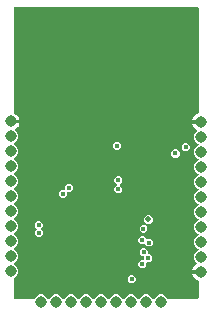
<source format=gbr>
G04 EAGLE Gerber RS-274X export*
G75*
%MOMM*%
%FSLAX34Y34*%
%LPD*%
%INCopper Layer 2*%
%IPPOS*%
%AMOC8*
5,1,8,0,0,1.08239X$1,22.5*%
G01*
%ADD10C,0.975000*%
%ADD11C,0.403200*%
%ADD12C,0.453200*%
%ADD13C,0.503200*%

G36*
X21074Y2382D02*
X21074Y2382D01*
X21190Y2399D01*
X21196Y2401D01*
X21202Y2402D01*
X21305Y2457D01*
X21410Y2510D01*
X21414Y2515D01*
X21419Y2518D01*
X21499Y2602D01*
X21582Y2686D01*
X21585Y2692D01*
X21589Y2696D01*
X21597Y2713D01*
X21663Y2833D01*
X21984Y3608D01*
X23713Y5337D01*
X25972Y6273D01*
X28416Y6273D01*
X30675Y5337D01*
X32404Y3608D01*
X32725Y2833D01*
X32787Y2733D01*
X32847Y2633D01*
X32852Y2629D01*
X32855Y2624D01*
X32945Y2549D01*
X33034Y2473D01*
X33040Y2471D01*
X33044Y2467D01*
X33153Y2425D01*
X33262Y2381D01*
X33270Y2380D01*
X33274Y2379D01*
X33292Y2378D01*
X33429Y2363D01*
X33659Y2363D01*
X33774Y2382D01*
X33890Y2399D01*
X33896Y2401D01*
X33902Y2402D01*
X34005Y2457D01*
X34110Y2510D01*
X34114Y2515D01*
X34119Y2518D01*
X34199Y2602D01*
X34282Y2686D01*
X34285Y2692D01*
X34289Y2696D01*
X34297Y2713D01*
X34363Y2833D01*
X34684Y3608D01*
X36413Y5337D01*
X38672Y6273D01*
X41116Y6273D01*
X43375Y5337D01*
X45104Y3608D01*
X45425Y2833D01*
X45487Y2733D01*
X45547Y2633D01*
X45552Y2629D01*
X45555Y2624D01*
X45645Y2549D01*
X45734Y2473D01*
X45740Y2471D01*
X45744Y2467D01*
X45853Y2425D01*
X45962Y2381D01*
X45970Y2380D01*
X45974Y2379D01*
X45992Y2378D01*
X46129Y2363D01*
X46359Y2363D01*
X46474Y2382D01*
X46590Y2399D01*
X46596Y2401D01*
X46602Y2402D01*
X46705Y2457D01*
X46810Y2510D01*
X46814Y2515D01*
X46819Y2518D01*
X46900Y2603D01*
X46982Y2686D01*
X46985Y2692D01*
X46989Y2696D01*
X46997Y2713D01*
X47063Y2833D01*
X47384Y3608D01*
X49113Y5337D01*
X51372Y6273D01*
X53816Y6273D01*
X56075Y5337D01*
X57804Y3608D01*
X58125Y2833D01*
X58187Y2733D01*
X58247Y2633D01*
X58252Y2629D01*
X58255Y2624D01*
X58345Y2549D01*
X58434Y2473D01*
X58440Y2471D01*
X58444Y2467D01*
X58553Y2425D01*
X58662Y2381D01*
X58669Y2380D01*
X58674Y2379D01*
X58692Y2378D01*
X58829Y2363D01*
X59059Y2363D01*
X59174Y2382D01*
X59290Y2399D01*
X59296Y2401D01*
X59302Y2402D01*
X59405Y2457D01*
X59510Y2510D01*
X59514Y2515D01*
X59519Y2518D01*
X59600Y2603D01*
X59682Y2686D01*
X59685Y2692D01*
X59689Y2696D01*
X59697Y2713D01*
X59763Y2833D01*
X60084Y3608D01*
X61813Y5337D01*
X64072Y6273D01*
X66516Y6273D01*
X68775Y5337D01*
X70504Y3608D01*
X70825Y2833D01*
X70887Y2733D01*
X70947Y2633D01*
X70952Y2629D01*
X70955Y2624D01*
X71045Y2549D01*
X71134Y2473D01*
X71140Y2471D01*
X71144Y2467D01*
X71253Y2425D01*
X71362Y2381D01*
X71369Y2380D01*
X71374Y2379D01*
X71392Y2378D01*
X71529Y2363D01*
X71759Y2363D01*
X71874Y2382D01*
X71990Y2399D01*
X71996Y2401D01*
X72002Y2402D01*
X72105Y2457D01*
X72210Y2510D01*
X72214Y2515D01*
X72219Y2518D01*
X72300Y2603D01*
X72382Y2686D01*
X72385Y2692D01*
X72389Y2696D01*
X72397Y2713D01*
X72463Y2833D01*
X72784Y3608D01*
X74513Y5337D01*
X76772Y6273D01*
X79216Y6273D01*
X81475Y5337D01*
X83204Y3608D01*
X83525Y2833D01*
X83587Y2733D01*
X83647Y2633D01*
X83652Y2629D01*
X83655Y2624D01*
X83745Y2549D01*
X83834Y2473D01*
X83840Y2471D01*
X83844Y2467D01*
X83953Y2425D01*
X84062Y2381D01*
X84069Y2380D01*
X84074Y2379D01*
X84092Y2378D01*
X84229Y2363D01*
X84459Y2363D01*
X84574Y2382D01*
X84690Y2399D01*
X84696Y2401D01*
X84702Y2402D01*
X84805Y2457D01*
X84910Y2510D01*
X84914Y2515D01*
X84919Y2518D01*
X84999Y2602D01*
X85082Y2686D01*
X85085Y2692D01*
X85089Y2696D01*
X85097Y2713D01*
X85163Y2833D01*
X85484Y3608D01*
X87213Y5337D01*
X89472Y6273D01*
X91916Y6273D01*
X94175Y5337D01*
X95904Y3608D01*
X96225Y2833D01*
X96287Y2733D01*
X96347Y2633D01*
X96352Y2629D01*
X96355Y2624D01*
X96445Y2549D01*
X96534Y2473D01*
X96540Y2471D01*
X96544Y2467D01*
X96653Y2425D01*
X96762Y2381D01*
X96770Y2380D01*
X96774Y2379D01*
X96792Y2378D01*
X96929Y2363D01*
X97159Y2363D01*
X97274Y2382D01*
X97390Y2399D01*
X97396Y2401D01*
X97402Y2402D01*
X97505Y2457D01*
X97610Y2510D01*
X97614Y2515D01*
X97619Y2518D01*
X97699Y2602D01*
X97782Y2686D01*
X97785Y2692D01*
X97789Y2696D01*
X97797Y2713D01*
X97863Y2833D01*
X98184Y3608D01*
X99913Y5337D01*
X102172Y6273D01*
X104616Y6273D01*
X106875Y5337D01*
X108604Y3608D01*
X108925Y2833D01*
X108987Y2733D01*
X109047Y2633D01*
X109052Y2629D01*
X109055Y2624D01*
X109145Y2549D01*
X109234Y2473D01*
X109240Y2471D01*
X109244Y2467D01*
X109353Y2425D01*
X109462Y2381D01*
X109470Y2380D01*
X109474Y2379D01*
X109492Y2378D01*
X109629Y2363D01*
X109859Y2363D01*
X109974Y2382D01*
X110090Y2399D01*
X110096Y2401D01*
X110102Y2402D01*
X110205Y2457D01*
X110310Y2510D01*
X110314Y2515D01*
X110319Y2518D01*
X110399Y2602D01*
X110482Y2686D01*
X110485Y2692D01*
X110489Y2696D01*
X110497Y2713D01*
X110563Y2833D01*
X110884Y3608D01*
X112613Y5337D01*
X114872Y6273D01*
X117316Y6273D01*
X119575Y5337D01*
X121304Y3608D01*
X121625Y2833D01*
X121687Y2733D01*
X121747Y2633D01*
X121752Y2629D01*
X121755Y2624D01*
X121845Y2549D01*
X121934Y2473D01*
X121940Y2471D01*
X121944Y2467D01*
X122053Y2425D01*
X122162Y2381D01*
X122170Y2380D01*
X122174Y2379D01*
X122192Y2378D01*
X122329Y2363D01*
X122559Y2363D01*
X122674Y2382D01*
X122790Y2399D01*
X122796Y2401D01*
X122802Y2402D01*
X122905Y2457D01*
X123010Y2510D01*
X123014Y2515D01*
X123019Y2518D01*
X123099Y2602D01*
X123182Y2686D01*
X123185Y2692D01*
X123189Y2696D01*
X123197Y2713D01*
X123263Y2833D01*
X123584Y3608D01*
X125313Y5337D01*
X127572Y6273D01*
X130016Y6273D01*
X132275Y5337D01*
X134004Y3608D01*
X134325Y2833D01*
X134387Y2733D01*
X134447Y2633D01*
X134452Y2629D01*
X134455Y2624D01*
X134545Y2549D01*
X134634Y2473D01*
X134640Y2471D01*
X134644Y2467D01*
X134753Y2425D01*
X134862Y2381D01*
X134870Y2380D01*
X134874Y2379D01*
X134892Y2378D01*
X135029Y2363D01*
X159817Y2363D01*
X159837Y2366D01*
X159856Y2364D01*
X159958Y2386D01*
X160060Y2402D01*
X160077Y2412D01*
X160097Y2416D01*
X160186Y2469D01*
X160277Y2518D01*
X160291Y2532D01*
X160308Y2542D01*
X160375Y2621D01*
X160447Y2696D01*
X160455Y2714D01*
X160468Y2729D01*
X160507Y2825D01*
X160550Y2919D01*
X160552Y2939D01*
X160560Y2957D01*
X160578Y3124D01*
X160578Y17685D01*
X160559Y17800D01*
X160542Y17916D01*
X160540Y17922D01*
X160539Y17928D01*
X160484Y18031D01*
X160431Y18136D01*
X160426Y18140D01*
X160423Y18146D01*
X160339Y18225D01*
X160255Y18308D01*
X160249Y18312D01*
X160245Y18315D01*
X160228Y18323D01*
X160108Y18389D01*
X159047Y18828D01*
X157833Y19640D01*
X156800Y20673D01*
X155988Y21887D01*
X155429Y23237D01*
X155302Y23877D01*
X159817Y23877D01*
X159837Y23880D01*
X159856Y23878D01*
X159958Y23900D01*
X160060Y23917D01*
X160077Y23926D01*
X160097Y23930D01*
X160186Y23983D01*
X160277Y24032D01*
X160291Y24046D01*
X160308Y24056D01*
X160375Y24135D01*
X160447Y24210D01*
X160455Y24228D01*
X160468Y24243D01*
X160507Y24339D01*
X160550Y24433D01*
X160552Y24453D01*
X160560Y24471D01*
X160578Y24638D01*
X160578Y26162D01*
X160575Y26182D01*
X160577Y26201D01*
X160555Y26303D01*
X160539Y26405D01*
X160529Y26422D01*
X160525Y26442D01*
X160472Y26531D01*
X160423Y26622D01*
X160409Y26636D01*
X160399Y26653D01*
X160320Y26720D01*
X160245Y26791D01*
X160227Y26800D01*
X160212Y26813D01*
X160116Y26852D01*
X160022Y26895D01*
X160002Y26897D01*
X159984Y26905D01*
X159817Y26923D01*
X155302Y26923D01*
X155429Y27563D01*
X155988Y28913D01*
X156800Y30127D01*
X157833Y31160D01*
X158845Y31837D01*
X158914Y31901D01*
X158988Y31960D01*
X159004Y31985D01*
X159025Y32005D01*
X159070Y32088D01*
X159121Y32167D01*
X159128Y32195D01*
X159142Y32221D01*
X159158Y32314D01*
X159181Y32405D01*
X159179Y32435D01*
X159184Y32463D01*
X159169Y32557D01*
X159162Y32651D01*
X159150Y32678D01*
X159146Y32707D01*
X159102Y32790D01*
X159065Y32877D01*
X159042Y32906D01*
X159033Y32925D01*
X159009Y32948D01*
X158961Y33008D01*
X157350Y34619D01*
X156414Y36878D01*
X156414Y39322D01*
X157350Y41581D01*
X159079Y43310D01*
X160108Y43737D01*
X160208Y43798D01*
X160308Y43858D01*
X160312Y43863D01*
X160317Y43866D01*
X160392Y43957D01*
X160468Y44045D01*
X160470Y44051D01*
X160474Y44056D01*
X160516Y44164D01*
X160527Y44193D01*
X160534Y44206D01*
X160536Y44214D01*
X160560Y44273D01*
X160561Y44281D01*
X160562Y44285D01*
X160563Y44304D01*
X160578Y44440D01*
X160578Y44460D01*
X160572Y44501D01*
X160573Y44531D01*
X160559Y44579D01*
X160542Y44691D01*
X160540Y44697D01*
X160539Y44703D01*
X160484Y44805D01*
X160431Y44910D01*
X160426Y44915D01*
X160423Y44920D01*
X160339Y45001D01*
X160255Y45083D01*
X160249Y45086D01*
X160245Y45090D01*
X160228Y45098D01*
X160108Y45163D01*
X159079Y45590D01*
X157350Y47319D01*
X156414Y49578D01*
X156414Y52022D01*
X157350Y54281D01*
X159079Y56010D01*
X160108Y56437D01*
X160208Y56498D01*
X160308Y56558D01*
X160312Y56563D01*
X160317Y56566D01*
X160392Y56656D01*
X160468Y56745D01*
X160470Y56751D01*
X160474Y56756D01*
X160516Y56864D01*
X160527Y56893D01*
X160534Y56906D01*
X160536Y56914D01*
X160560Y56973D01*
X160561Y56981D01*
X160562Y56985D01*
X160563Y57004D01*
X160578Y57140D01*
X160578Y57160D01*
X160572Y57201D01*
X160573Y57231D01*
X160559Y57279D01*
X160542Y57391D01*
X160540Y57397D01*
X160539Y57403D01*
X160484Y57505D01*
X160431Y57610D01*
X160426Y57615D01*
X160423Y57620D01*
X160339Y57701D01*
X160255Y57783D01*
X160249Y57786D01*
X160245Y57790D01*
X160228Y57798D01*
X160183Y57823D01*
X160181Y57824D01*
X160179Y57825D01*
X160108Y57863D01*
X159079Y58290D01*
X157350Y60019D01*
X156414Y62278D01*
X156414Y64722D01*
X157350Y66981D01*
X159079Y68710D01*
X160108Y69137D01*
X160207Y69198D01*
X160308Y69258D01*
X160312Y69263D01*
X160317Y69266D01*
X160392Y69356D01*
X160468Y69445D01*
X160470Y69451D01*
X160474Y69456D01*
X160516Y69564D01*
X160527Y69593D01*
X160534Y69606D01*
X160536Y69614D01*
X160560Y69673D01*
X160561Y69681D01*
X160562Y69685D01*
X160563Y69704D01*
X160578Y69840D01*
X160578Y69860D01*
X160572Y69901D01*
X160573Y69931D01*
X160559Y69979D01*
X160542Y70091D01*
X160540Y70097D01*
X160539Y70103D01*
X160484Y70205D01*
X160431Y70310D01*
X160426Y70315D01*
X160423Y70320D01*
X160339Y70401D01*
X160255Y70483D01*
X160249Y70486D01*
X160245Y70490D01*
X160228Y70498D01*
X160108Y70563D01*
X159079Y70990D01*
X157350Y72719D01*
X156414Y74978D01*
X156414Y77422D01*
X157350Y79681D01*
X159079Y81410D01*
X160108Y81837D01*
X160208Y81898D01*
X160308Y81958D01*
X160312Y81963D01*
X160317Y81966D01*
X160392Y82056D01*
X160468Y82145D01*
X160470Y82151D01*
X160474Y82156D01*
X160516Y82264D01*
X160527Y82293D01*
X160534Y82306D01*
X160536Y82314D01*
X160560Y82373D01*
X160561Y82381D01*
X160562Y82385D01*
X160563Y82404D01*
X160578Y82540D01*
X160578Y82560D01*
X160572Y82601D01*
X160573Y82631D01*
X160559Y82679D01*
X160542Y82791D01*
X160540Y82797D01*
X160539Y82803D01*
X160484Y82905D01*
X160431Y83010D01*
X160426Y83015D01*
X160423Y83020D01*
X160339Y83101D01*
X160255Y83183D01*
X160249Y83186D01*
X160245Y83190D01*
X160228Y83198D01*
X160108Y83263D01*
X159079Y83690D01*
X157350Y85419D01*
X156414Y87678D01*
X156414Y90122D01*
X157350Y92381D01*
X159079Y94110D01*
X160108Y94537D01*
X160205Y94597D01*
X160266Y94629D01*
X160275Y94638D01*
X160308Y94658D01*
X160312Y94663D01*
X160317Y94666D01*
X160392Y94756D01*
X160468Y94845D01*
X160470Y94851D01*
X160474Y94856D01*
X160516Y94964D01*
X160527Y94993D01*
X160534Y95006D01*
X160536Y95014D01*
X160560Y95073D01*
X160561Y95081D01*
X160562Y95085D01*
X160563Y95104D01*
X160578Y95240D01*
X160578Y95260D01*
X160572Y95301D01*
X160573Y95331D01*
X160559Y95379D01*
X160542Y95491D01*
X160540Y95497D01*
X160539Y95503D01*
X160484Y95605D01*
X160431Y95710D01*
X160426Y95715D01*
X160423Y95720D01*
X160339Y95801D01*
X160255Y95883D01*
X160249Y95886D01*
X160245Y95890D01*
X160228Y95898D01*
X160108Y95963D01*
X159079Y96390D01*
X157350Y98119D01*
X156414Y100378D01*
X156414Y102822D01*
X157350Y105081D01*
X159079Y106810D01*
X160108Y107237D01*
X160208Y107298D01*
X160308Y107358D01*
X160312Y107363D01*
X160317Y107366D01*
X160392Y107456D01*
X160468Y107545D01*
X160470Y107551D01*
X160474Y107556D01*
X160516Y107664D01*
X160527Y107693D01*
X160534Y107706D01*
X160536Y107714D01*
X160560Y107773D01*
X160561Y107781D01*
X160562Y107785D01*
X160563Y107804D01*
X160578Y107940D01*
X160578Y107960D01*
X160572Y108001D01*
X160573Y108031D01*
X160559Y108079D01*
X160542Y108191D01*
X160540Y108197D01*
X160539Y108203D01*
X160484Y108305D01*
X160431Y108410D01*
X160426Y108415D01*
X160423Y108420D01*
X160339Y108501D01*
X160255Y108583D01*
X160249Y108586D01*
X160245Y108590D01*
X160228Y108598D01*
X160108Y108663D01*
X159079Y109090D01*
X157350Y110819D01*
X156414Y113078D01*
X156414Y115522D01*
X157350Y117781D01*
X159079Y119510D01*
X160108Y119937D01*
X160208Y119998D01*
X160308Y120058D01*
X160312Y120063D01*
X160317Y120066D01*
X160392Y120156D01*
X160468Y120245D01*
X160470Y120251D01*
X160474Y120256D01*
X160516Y120364D01*
X160527Y120393D01*
X160534Y120406D01*
X160536Y120414D01*
X160560Y120473D01*
X160561Y120481D01*
X160562Y120485D01*
X160563Y120504D01*
X160578Y120640D01*
X160578Y120660D01*
X160572Y120701D01*
X160573Y120731D01*
X160559Y120779D01*
X160542Y120891D01*
X160540Y120897D01*
X160539Y120903D01*
X160484Y121005D01*
X160431Y121110D01*
X160426Y121115D01*
X160423Y121120D01*
X160339Y121201D01*
X160255Y121283D01*
X160249Y121286D01*
X160245Y121290D01*
X160228Y121298D01*
X160108Y121363D01*
X159079Y121790D01*
X157350Y123519D01*
X156414Y125778D01*
X156414Y128222D01*
X157350Y130481D01*
X159079Y132210D01*
X160108Y132637D01*
X160208Y132698D01*
X160308Y132758D01*
X160312Y132763D01*
X160317Y132766D01*
X160392Y132856D01*
X160468Y132945D01*
X160470Y132951D01*
X160474Y132956D01*
X160516Y133064D01*
X160527Y133093D01*
X160534Y133106D01*
X160536Y133114D01*
X160560Y133173D01*
X160561Y133181D01*
X160562Y133185D01*
X160563Y133204D01*
X160578Y133340D01*
X160578Y133360D01*
X160572Y133401D01*
X160573Y133431D01*
X160559Y133479D01*
X160542Y133591D01*
X160540Y133597D01*
X160539Y133603D01*
X160484Y133705D01*
X160431Y133810D01*
X160426Y133815D01*
X160423Y133820D01*
X160339Y133901D01*
X160255Y133983D01*
X160249Y133986D01*
X160245Y133990D01*
X160228Y133998D01*
X160108Y134063D01*
X159079Y134490D01*
X157350Y136219D01*
X156414Y138478D01*
X156414Y140922D01*
X157350Y143181D01*
X158961Y144792D01*
X159016Y144869D01*
X159076Y144941D01*
X159087Y144968D01*
X159104Y144992D01*
X159132Y145082D01*
X159166Y145170D01*
X159168Y145199D01*
X159177Y145227D01*
X159174Y145321D01*
X159179Y145415D01*
X159171Y145443D01*
X159170Y145473D01*
X159138Y145561D01*
X159112Y145652D01*
X159096Y145676D01*
X159086Y145704D01*
X159027Y145777D01*
X158974Y145855D01*
X158945Y145879D01*
X158932Y145896D01*
X158905Y145913D01*
X158845Y145963D01*
X157833Y146640D01*
X156800Y147673D01*
X155988Y148887D01*
X155429Y150237D01*
X155302Y150877D01*
X159817Y150877D01*
X159837Y150880D01*
X159856Y150878D01*
X159958Y150900D01*
X160060Y150917D01*
X160077Y150926D01*
X160097Y150930D01*
X160186Y150983D01*
X160277Y151032D01*
X160291Y151046D01*
X160308Y151056D01*
X160375Y151135D01*
X160447Y151210D01*
X160455Y151228D01*
X160468Y151243D01*
X160507Y151339D01*
X160550Y151433D01*
X160552Y151453D01*
X160560Y151471D01*
X160578Y151638D01*
X160578Y153162D01*
X160575Y153182D01*
X160577Y153201D01*
X160555Y153303D01*
X160539Y153405D01*
X160529Y153422D01*
X160525Y153442D01*
X160472Y153531D01*
X160423Y153622D01*
X160409Y153636D01*
X160399Y153653D01*
X160320Y153720D01*
X160245Y153791D01*
X160227Y153800D01*
X160212Y153813D01*
X160116Y153852D01*
X160022Y153895D01*
X160002Y153897D01*
X159984Y153905D01*
X159817Y153923D01*
X155302Y153923D01*
X155429Y154563D01*
X155988Y155913D01*
X156800Y157127D01*
X157833Y158160D01*
X159047Y158972D01*
X160108Y159411D01*
X160208Y159473D01*
X160308Y159533D01*
X160312Y159537D01*
X160317Y159541D01*
X160392Y159631D01*
X160468Y159720D01*
X160470Y159725D01*
X160474Y159730D01*
X160516Y159839D01*
X160560Y159948D01*
X160561Y159955D01*
X160562Y159960D01*
X160563Y159978D01*
X160578Y160115D01*
X160578Y248783D01*
X160575Y248803D01*
X160577Y248822D01*
X160555Y248924D01*
X160539Y249026D01*
X160529Y249043D01*
X160525Y249063D01*
X160472Y249152D01*
X160423Y249243D01*
X160409Y249257D01*
X160399Y249274D01*
X160320Y249341D01*
X160245Y249413D01*
X160227Y249421D01*
X160212Y249434D01*
X160116Y249473D01*
X160022Y249516D01*
X160002Y249518D01*
X159984Y249526D01*
X159817Y249544D01*
X4775Y249544D01*
X4755Y249541D01*
X4736Y249543D01*
X4634Y249521D01*
X4532Y249505D01*
X4515Y249495D01*
X4495Y249491D01*
X4406Y249438D01*
X4315Y249389D01*
X4301Y249375D01*
X4284Y249365D01*
X4217Y249286D01*
X4145Y249211D01*
X4137Y249193D01*
X4124Y249178D01*
X4085Y249082D01*
X4042Y248988D01*
X4040Y248968D01*
X4032Y248950D01*
X4014Y248783D01*
X4014Y160384D01*
X4033Y160269D01*
X4050Y160153D01*
X4052Y160147D01*
X4053Y160141D01*
X4108Y160039D01*
X4161Y159933D01*
X4166Y159929D01*
X4169Y159924D01*
X4253Y159843D01*
X4337Y159761D01*
X4343Y159758D01*
X4347Y159754D01*
X4364Y159746D01*
X4484Y159680D01*
X5148Y159405D01*
X6362Y158594D01*
X7395Y157561D01*
X8207Y156346D01*
X8766Y154997D01*
X8893Y154357D01*
X4775Y154357D01*
X4755Y154354D01*
X4736Y154356D01*
X4634Y154334D01*
X4532Y154317D01*
X4515Y154308D01*
X4495Y154304D01*
X4406Y154250D01*
X4315Y154202D01*
X4301Y154188D01*
X4284Y154177D01*
X4217Y154099D01*
X4145Y154024D01*
X4137Y154006D01*
X4124Y153990D01*
X4085Y153894D01*
X4042Y153801D01*
X4040Y153781D01*
X4032Y153762D01*
X4014Y153596D01*
X4014Y152072D01*
X4017Y152052D01*
X4015Y152032D01*
X4037Y151931D01*
X4053Y151829D01*
X4063Y151811D01*
X4067Y151792D01*
X4120Y151703D01*
X4169Y151611D01*
X4183Y151598D01*
X4193Y151581D01*
X4272Y151513D01*
X4347Y151442D01*
X4365Y151434D01*
X4380Y151421D01*
X4476Y151382D01*
X4570Y151338D01*
X4590Y151336D01*
X4608Y151329D01*
X4775Y151310D01*
X8893Y151310D01*
X8766Y150671D01*
X8207Y149321D01*
X7395Y148106D01*
X6362Y147073D01*
X5350Y146397D01*
X5281Y146332D01*
X5207Y146274D01*
X5191Y146249D01*
X5170Y146229D01*
X5125Y146146D01*
X5074Y146067D01*
X5067Y146038D01*
X5053Y146013D01*
X5037Y145920D01*
X5014Y145828D01*
X5016Y145799D01*
X5011Y145770D01*
X5026Y145677D01*
X5033Y145583D01*
X5045Y145556D01*
X5049Y145527D01*
X5093Y145443D01*
X5130Y145357D01*
X5153Y145328D01*
X5162Y145309D01*
X5186Y145286D01*
X5234Y145226D01*
X6845Y143615D01*
X7781Y141356D01*
X7781Y138911D01*
X6845Y136652D01*
X5116Y134924D01*
X4484Y134661D01*
X4384Y134600D01*
X4284Y134540D01*
X4280Y134535D01*
X4275Y134532D01*
X4200Y134441D01*
X4124Y134353D01*
X4122Y134347D01*
X4118Y134342D01*
X4076Y134234D01*
X4032Y134125D01*
X4031Y134117D01*
X4030Y134113D01*
X4029Y134094D01*
X4014Y133958D01*
X4014Y133609D01*
X4033Y133494D01*
X4050Y133378D01*
X4052Y133372D01*
X4053Y133366D01*
X4108Y133264D01*
X4161Y133159D01*
X4166Y133154D01*
X4169Y133149D01*
X4253Y133069D01*
X4337Y132987D01*
X4343Y132983D01*
X4347Y132980D01*
X4364Y132972D01*
X4484Y132906D01*
X5116Y132644D01*
X6845Y130915D01*
X7781Y128656D01*
X7781Y126211D01*
X6845Y123952D01*
X5116Y122224D01*
X4484Y121961D01*
X4384Y121900D01*
X4284Y121840D01*
X4280Y121835D01*
X4275Y121832D01*
X4200Y121741D01*
X4124Y121653D01*
X4122Y121647D01*
X4118Y121642D01*
X4076Y121534D01*
X4032Y121425D01*
X4031Y121417D01*
X4030Y121413D01*
X4029Y121394D01*
X4014Y121258D01*
X4014Y120909D01*
X4033Y120794D01*
X4050Y120678D01*
X4052Y120672D01*
X4053Y120666D01*
X4108Y120564D01*
X4161Y120459D01*
X4166Y120454D01*
X4169Y120449D01*
X4253Y120369D01*
X4337Y120287D01*
X4343Y120283D01*
X4347Y120280D01*
X4364Y120272D01*
X4484Y120206D01*
X5116Y119944D01*
X6845Y118215D01*
X7781Y115956D01*
X7781Y113511D01*
X6845Y111252D01*
X5116Y109524D01*
X4484Y109261D01*
X4384Y109200D01*
X4284Y109140D01*
X4280Y109135D01*
X4275Y109132D01*
X4200Y109041D01*
X4124Y108953D01*
X4122Y108947D01*
X4118Y108942D01*
X4076Y108834D01*
X4032Y108725D01*
X4031Y108717D01*
X4030Y108713D01*
X4029Y108694D01*
X4014Y108558D01*
X4014Y108209D01*
X4033Y108094D01*
X4050Y107978D01*
X4052Y107972D01*
X4053Y107966D01*
X4108Y107864D01*
X4161Y107759D01*
X4166Y107754D01*
X4169Y107749D01*
X4253Y107669D01*
X4337Y107587D01*
X4343Y107583D01*
X4347Y107580D01*
X4364Y107572D01*
X4484Y107506D01*
X5116Y107244D01*
X6845Y105515D01*
X7781Y103256D01*
X7781Y100811D01*
X6845Y98552D01*
X5116Y96824D01*
X4484Y96561D01*
X4384Y96500D01*
X4284Y96440D01*
X4280Y96435D01*
X4275Y96432D01*
X4200Y96341D01*
X4124Y96253D01*
X4122Y96247D01*
X4118Y96242D01*
X4076Y96134D01*
X4032Y96025D01*
X4031Y96017D01*
X4030Y96013D01*
X4029Y95994D01*
X4014Y95858D01*
X4014Y95509D01*
X4033Y95394D01*
X4050Y95278D01*
X4052Y95272D01*
X4053Y95266D01*
X4108Y95164D01*
X4161Y95059D01*
X4166Y95054D01*
X4169Y95049D01*
X4253Y94969D01*
X4337Y94887D01*
X4343Y94883D01*
X4347Y94880D01*
X4364Y94872D01*
X4484Y94806D01*
X5116Y94544D01*
X6845Y92815D01*
X7781Y90556D01*
X7781Y88111D01*
X6845Y85852D01*
X5116Y84124D01*
X4484Y83861D01*
X4384Y83800D01*
X4284Y83740D01*
X4280Y83735D01*
X4275Y83732D01*
X4200Y83641D01*
X4124Y83553D01*
X4122Y83547D01*
X4118Y83542D01*
X4076Y83434D01*
X4032Y83325D01*
X4031Y83317D01*
X4030Y83313D01*
X4029Y83294D01*
X4014Y83158D01*
X4014Y82809D01*
X4033Y82694D01*
X4050Y82578D01*
X4052Y82572D01*
X4053Y82566D01*
X4108Y82464D01*
X4161Y82359D01*
X4166Y82354D01*
X4169Y82349D01*
X4253Y82269D01*
X4337Y82187D01*
X4343Y82183D01*
X4347Y82180D01*
X4364Y82172D01*
X4484Y82106D01*
X5116Y81844D01*
X6845Y80115D01*
X7781Y77856D01*
X7781Y75411D01*
X6845Y73152D01*
X5116Y71424D01*
X4484Y71161D01*
X4384Y71100D01*
X4284Y71040D01*
X4280Y71035D01*
X4275Y71032D01*
X4200Y70941D01*
X4124Y70853D01*
X4122Y70847D01*
X4118Y70842D01*
X4076Y70734D01*
X4032Y70625D01*
X4031Y70617D01*
X4030Y70613D01*
X4029Y70594D01*
X4014Y70458D01*
X4014Y70109D01*
X4017Y70091D01*
X4015Y70075D01*
X4033Y69990D01*
X4050Y69878D01*
X4052Y69872D01*
X4053Y69866D01*
X4065Y69845D01*
X4067Y69834D01*
X4097Y69784D01*
X4108Y69764D01*
X4161Y69659D01*
X4166Y69654D01*
X4169Y69649D01*
X4190Y69629D01*
X4193Y69623D01*
X4219Y69601D01*
X4253Y69569D01*
X4337Y69487D01*
X4343Y69483D01*
X4347Y69480D01*
X4364Y69472D01*
X4484Y69406D01*
X5116Y69144D01*
X6845Y67415D01*
X7781Y65156D01*
X7781Y62711D01*
X6845Y60452D01*
X5116Y58724D01*
X4484Y58461D01*
X4384Y58400D01*
X4284Y58340D01*
X4280Y58335D01*
X4275Y58332D01*
X4200Y58241D01*
X4124Y58153D01*
X4122Y58147D01*
X4118Y58142D01*
X4076Y58034D01*
X4032Y57925D01*
X4031Y57917D01*
X4030Y57913D01*
X4029Y57894D01*
X4014Y57758D01*
X4014Y57409D01*
X4033Y57294D01*
X4050Y57178D01*
X4052Y57172D01*
X4053Y57166D01*
X4108Y57064D01*
X4161Y56959D01*
X4166Y56954D01*
X4169Y56949D01*
X4253Y56869D01*
X4337Y56787D01*
X4343Y56783D01*
X4347Y56780D01*
X4364Y56772D01*
X4484Y56706D01*
X5116Y56444D01*
X6845Y54715D01*
X7781Y52456D01*
X7781Y50011D01*
X6845Y47752D01*
X5116Y46024D01*
X4484Y45761D01*
X4384Y45700D01*
X4284Y45640D01*
X4280Y45635D01*
X4275Y45632D01*
X4200Y45541D01*
X4124Y45453D01*
X4122Y45447D01*
X4118Y45442D01*
X4076Y45334D01*
X4032Y45225D01*
X4031Y45217D01*
X4030Y45213D01*
X4029Y45194D01*
X4014Y45058D01*
X4014Y44709D01*
X4033Y44594D01*
X4050Y44478D01*
X4052Y44472D01*
X4053Y44466D01*
X4108Y44364D01*
X4161Y44259D01*
X4166Y44254D01*
X4169Y44249D01*
X4253Y44169D01*
X4337Y44087D01*
X4343Y44083D01*
X4347Y44080D01*
X4364Y44072D01*
X4484Y44006D01*
X5116Y43744D01*
X6845Y42015D01*
X7781Y39756D01*
X7781Y37311D01*
X6845Y35052D01*
X5116Y33324D01*
X4484Y33061D01*
X4384Y33000D01*
X4284Y32940D01*
X4280Y32935D01*
X4275Y32932D01*
X4200Y32841D01*
X4124Y32753D01*
X4122Y32747D01*
X4118Y32742D01*
X4076Y32634D01*
X4032Y32525D01*
X4031Y32517D01*
X4030Y32513D01*
X4029Y32494D01*
X4014Y32358D01*
X4014Y32009D01*
X4033Y31894D01*
X4050Y31778D01*
X4052Y31772D01*
X4053Y31766D01*
X4108Y31664D01*
X4161Y31559D01*
X4166Y31554D01*
X4169Y31549D01*
X4253Y31469D01*
X4337Y31387D01*
X4343Y31383D01*
X4347Y31380D01*
X4364Y31372D01*
X4484Y31306D01*
X5116Y31044D01*
X6845Y29315D01*
X7781Y27056D01*
X7781Y24611D01*
X6845Y22352D01*
X5116Y20624D01*
X4484Y20361D01*
X4384Y20300D01*
X4284Y20240D01*
X4280Y20235D01*
X4275Y20232D01*
X4200Y20141D01*
X4124Y20053D01*
X4122Y20047D01*
X4118Y20042D01*
X4076Y19934D01*
X4032Y19825D01*
X4031Y19817D01*
X4030Y19813D01*
X4029Y19794D01*
X4014Y19658D01*
X4014Y3124D01*
X4017Y3104D01*
X4015Y3085D01*
X4037Y2983D01*
X4053Y2881D01*
X4063Y2864D01*
X4067Y2844D01*
X4120Y2755D01*
X4169Y2664D01*
X4183Y2650D01*
X4193Y2633D01*
X4272Y2566D01*
X4347Y2494D01*
X4365Y2486D01*
X4380Y2473D01*
X4476Y2434D01*
X4570Y2391D01*
X4590Y2389D01*
X4608Y2381D01*
X4775Y2363D01*
X20959Y2363D01*
X21074Y2382D01*
G37*
%LPC*%
G36*
X111669Y28463D02*
X111669Y28463D01*
X109743Y30389D01*
X109743Y33111D01*
X111669Y35037D01*
X114062Y35037D01*
X114082Y35040D01*
X114101Y35038D01*
X114203Y35060D01*
X114305Y35076D01*
X114322Y35086D01*
X114342Y35090D01*
X114431Y35143D01*
X114522Y35192D01*
X114536Y35206D01*
X114553Y35216D01*
X114620Y35295D01*
X114692Y35370D01*
X114700Y35388D01*
X114713Y35403D01*
X114752Y35499D01*
X114795Y35593D01*
X114797Y35613D01*
X114805Y35631D01*
X114823Y35798D01*
X114823Y37862D01*
X114820Y37882D01*
X114822Y37901D01*
X114800Y38003D01*
X114784Y38105D01*
X114774Y38122D01*
X114770Y38142D01*
X114717Y38231D01*
X114668Y38322D01*
X114654Y38336D01*
X114644Y38353D01*
X114565Y38420D01*
X114490Y38492D01*
X114472Y38500D01*
X114457Y38513D01*
X114361Y38552D01*
X114267Y38595D01*
X114247Y38597D01*
X114229Y38605D01*
X114062Y38623D01*
X112939Y38623D01*
X111013Y40549D01*
X111013Y43271D01*
X112939Y45197D01*
X115661Y45197D01*
X117587Y43271D01*
X117587Y40878D01*
X117590Y40858D01*
X117588Y40839D01*
X117610Y40737D01*
X117626Y40635D01*
X117636Y40618D01*
X117640Y40598D01*
X117693Y40509D01*
X117742Y40418D01*
X117756Y40404D01*
X117766Y40387D01*
X117845Y40320D01*
X117920Y40248D01*
X117938Y40240D01*
X117953Y40227D01*
X118049Y40188D01*
X118143Y40145D01*
X118163Y40143D01*
X118181Y40135D01*
X118348Y40117D01*
X119471Y40117D01*
X121397Y38191D01*
X121397Y35469D01*
X119471Y33543D01*
X117078Y33543D01*
X117058Y33540D01*
X117039Y33542D01*
X116937Y33520D01*
X116835Y33504D01*
X116818Y33494D01*
X116798Y33490D01*
X116709Y33437D01*
X116618Y33388D01*
X116604Y33374D01*
X116587Y33364D01*
X116520Y33285D01*
X116448Y33210D01*
X116440Y33192D01*
X116427Y33177D01*
X116388Y33081D01*
X116345Y32987D01*
X116343Y32967D01*
X116335Y32949D01*
X116317Y32782D01*
X116317Y30389D01*
X114391Y28463D01*
X111669Y28463D01*
G37*
%LPD*%
%LPC*%
G36*
X91349Y91963D02*
X91349Y91963D01*
X89423Y93889D01*
X89423Y96611D01*
X91334Y98522D01*
X91345Y98538D01*
X91361Y98550D01*
X91391Y98597D01*
X91406Y98613D01*
X91419Y98640D01*
X91477Y98721D01*
X91483Y98740D01*
X91494Y98757D01*
X91519Y98858D01*
X91549Y98957D01*
X91549Y98976D01*
X91554Y98996D01*
X91546Y99099D01*
X91543Y99202D01*
X91536Y99221D01*
X91535Y99241D01*
X91494Y99336D01*
X91459Y99433D01*
X91446Y99449D01*
X91438Y99467D01*
X91334Y99598D01*
X89423Y101509D01*
X89423Y104231D01*
X91349Y106157D01*
X94071Y106157D01*
X95997Y104231D01*
X95997Y101509D01*
X94086Y99598D01*
X94075Y99582D01*
X94059Y99570D01*
X94003Y99482D01*
X93943Y99399D01*
X93937Y99380D01*
X93926Y99363D01*
X93901Y99262D01*
X93871Y99163D01*
X93871Y99144D01*
X93866Y99124D01*
X93874Y99021D01*
X93877Y98918D01*
X93884Y98899D01*
X93885Y98879D01*
X93926Y98784D01*
X93961Y98687D01*
X93974Y98671D01*
X93982Y98653D01*
X94056Y98560D01*
X94061Y98551D01*
X94068Y98545D01*
X94086Y98522D01*
X95997Y96611D01*
X95997Y93889D01*
X94071Y91963D01*
X91349Y91963D01*
G37*
%LPD*%
%LPC*%
G36*
X44359Y88153D02*
X44359Y88153D01*
X42433Y90079D01*
X42433Y92801D01*
X44359Y94727D01*
X46752Y94727D01*
X46772Y94730D01*
X46791Y94728D01*
X46893Y94750D01*
X46995Y94766D01*
X47012Y94776D01*
X47032Y94780D01*
X47121Y94833D01*
X47212Y94882D01*
X47226Y94896D01*
X47243Y94906D01*
X47310Y94985D01*
X47382Y95060D01*
X47390Y95078D01*
X47403Y95093D01*
X47442Y95189D01*
X47485Y95283D01*
X47487Y95303D01*
X47495Y95321D01*
X47513Y95488D01*
X47513Y97881D01*
X49439Y99807D01*
X52161Y99807D01*
X54087Y97881D01*
X54087Y95159D01*
X52161Y93233D01*
X49768Y93233D01*
X49748Y93230D01*
X49729Y93232D01*
X49627Y93210D01*
X49525Y93194D01*
X49508Y93184D01*
X49488Y93180D01*
X49399Y93127D01*
X49308Y93078D01*
X49294Y93064D01*
X49277Y93054D01*
X49210Y92975D01*
X49138Y92900D01*
X49130Y92882D01*
X49117Y92867D01*
X49078Y92771D01*
X49035Y92677D01*
X49033Y92657D01*
X49025Y92639D01*
X49007Y92472D01*
X49007Y90079D01*
X47081Y88153D01*
X44359Y88153D01*
G37*
%LPD*%
%LPC*%
G36*
X24039Y55133D02*
X24039Y55133D01*
X22113Y57059D01*
X22113Y59781D01*
X23389Y61057D01*
X23400Y61073D01*
X23416Y61085D01*
X23472Y61173D01*
X23532Y61256D01*
X23538Y61275D01*
X23549Y61292D01*
X23574Y61393D01*
X23604Y61492D01*
X23604Y61511D01*
X23609Y61531D01*
X23601Y61634D01*
X23598Y61737D01*
X23591Y61756D01*
X23590Y61776D01*
X23549Y61871D01*
X23514Y61968D01*
X23501Y61984D01*
X23493Y62002D01*
X23389Y62133D01*
X22113Y63409D01*
X22113Y66131D01*
X24039Y68057D01*
X26761Y68057D01*
X28687Y66131D01*
X28687Y63409D01*
X27411Y62133D01*
X27400Y62117D01*
X27384Y62105D01*
X27328Y62017D01*
X27268Y61934D01*
X27262Y61915D01*
X27251Y61898D01*
X27226Y61797D01*
X27196Y61698D01*
X27196Y61679D01*
X27191Y61659D01*
X27199Y61556D01*
X27202Y61453D01*
X27209Y61434D01*
X27210Y61414D01*
X27251Y61319D01*
X27286Y61222D01*
X27299Y61206D01*
X27307Y61188D01*
X27411Y61057D01*
X28687Y59781D01*
X28687Y57059D01*
X26761Y55133D01*
X24039Y55133D01*
G37*
%LPD*%
%LPC*%
G36*
X117211Y46978D02*
X117211Y46978D01*
X115437Y48752D01*
X115420Y48764D01*
X115408Y48779D01*
X115321Y48835D01*
X115237Y48895D01*
X115218Y48901D01*
X115201Y48912D01*
X115101Y48937D01*
X115002Y48968D01*
X114982Y48967D01*
X114962Y48972D01*
X114859Y48964D01*
X114756Y48961D01*
X114737Y48955D01*
X114717Y48953D01*
X114622Y48913D01*
X114525Y48877D01*
X114509Y48864D01*
X114491Y48857D01*
X114399Y48783D01*
X111669Y48783D01*
X109743Y50709D01*
X109743Y53431D01*
X111669Y55357D01*
X114391Y55357D01*
X116166Y53582D01*
X116182Y53571D01*
X116194Y53555D01*
X116260Y53513D01*
X116302Y53477D01*
X116326Y53467D01*
X116365Y53439D01*
X116384Y53433D01*
X116401Y53422D01*
X116499Y53398D01*
X116530Y53385D01*
X116546Y53383D01*
X116601Y53366D01*
X116621Y53367D01*
X116640Y53362D01*
X116697Y53367D01*
X116697Y53366D01*
X116711Y53366D01*
X116725Y53369D01*
X116743Y53370D01*
X116846Y53373D01*
X116865Y53380D01*
X116885Y53381D01*
X116937Y53404D01*
X116954Y53406D01*
X116990Y53425D01*
X117077Y53457D01*
X117093Y53470D01*
X117111Y53478D01*
X117156Y53513D01*
X117171Y53521D01*
X117188Y53539D01*
X117203Y53551D01*
X119934Y53551D01*
X121859Y51626D01*
X121859Y48903D01*
X119934Y46978D01*
X117211Y46978D01*
G37*
%LPD*%
%LPC*%
G36*
X116330Y66063D02*
X116330Y66063D01*
X116325Y66124D01*
X116305Y66171D01*
X116294Y66222D01*
X116257Y66284D01*
X116229Y66350D01*
X116184Y66406D01*
X116167Y66433D01*
X116150Y66449D01*
X116124Y66481D01*
X114323Y68281D01*
X114323Y71419D01*
X116541Y73637D01*
X119679Y73637D01*
X121897Y71419D01*
X121897Y68281D01*
X119679Y66063D01*
X116330Y66063D01*
G37*
%LPD*%
%LPC*%
G36*
X139505Y122193D02*
X139505Y122193D01*
X137433Y124265D01*
X137433Y127195D01*
X139505Y129267D01*
X142435Y129267D01*
X144507Y127195D01*
X144507Y124265D01*
X142435Y122193D01*
X139505Y122193D01*
G37*
%LPD*%
%LPC*%
G36*
X112603Y58608D02*
X112603Y58608D01*
X110678Y60533D01*
X110678Y63256D01*
X112603Y65181D01*
X115538Y65181D01*
X115542Y65121D01*
X115563Y65073D01*
X115574Y65022D01*
X115611Y64961D01*
X115639Y64895D01*
X115683Y64839D01*
X115700Y64811D01*
X115718Y64796D01*
X115743Y64764D01*
X117251Y63256D01*
X117251Y60533D01*
X115326Y58608D01*
X112603Y58608D01*
G37*
%LPD*%
%LPC*%
G36*
X90079Y128793D02*
X90079Y128793D01*
X88153Y130719D01*
X88153Y133441D01*
X90079Y135367D01*
X92801Y135367D01*
X94727Y133441D01*
X94727Y130719D01*
X92801Y128793D01*
X90079Y128793D01*
G37*
%LPD*%
%LPC*%
G36*
X148499Y127523D02*
X148499Y127523D01*
X146573Y129449D01*
X146573Y132171D01*
X148499Y134097D01*
X151221Y134097D01*
X153147Y132171D01*
X153147Y129449D01*
X151221Y127523D01*
X148499Y127523D01*
G37*
%LPD*%
%LPC*%
G36*
X102779Y15763D02*
X102779Y15763D01*
X100853Y17689D01*
X100853Y20411D01*
X102779Y22337D01*
X105501Y22337D01*
X107427Y20411D01*
X107427Y17689D01*
X105501Y15763D01*
X102779Y15763D01*
G37*
%LPD*%
D10*
X77994Y127D03*
X65294Y127D03*
X52594Y127D03*
X39894Y127D03*
X27194Y127D03*
X90694Y127D03*
X103394Y127D03*
X116094Y127D03*
X128794Y127D03*
X1635Y102034D03*
X1635Y89334D03*
X1635Y114734D03*
X1635Y76634D03*
X1635Y127434D03*
X1635Y63934D03*
X1635Y140134D03*
X1635Y51234D03*
X1635Y152834D03*
X1635Y38534D03*
X1635Y25834D03*
X162560Y101600D03*
X162560Y88900D03*
X162560Y114300D03*
X162560Y76200D03*
X162560Y127000D03*
X162560Y63500D03*
X162560Y139700D03*
X162560Y50800D03*
X162560Y152400D03*
X162560Y38100D03*
X162560Y25400D03*
D11*
X58420Y71120D03*
X67310Y71120D03*
X67310Y63500D03*
X58420Y63500D03*
X58420Y54610D03*
X58420Y45720D03*
X74930Y71120D03*
X83820Y71120D03*
X91440Y71120D03*
X66040Y54610D03*
X74930Y63500D03*
X83820Y63500D03*
X91440Y63500D03*
X74930Y54610D03*
X74930Y45720D03*
X74930Y38100D03*
X83820Y38100D03*
X91440Y38100D03*
X91440Y45720D03*
X91440Y54610D03*
X83820Y54610D03*
X66040Y45720D03*
X66040Y38100D03*
X58420Y38100D03*
X83820Y45720D03*
X105410Y93980D03*
X105410Y88900D03*
X105410Y83820D03*
X110490Y93980D03*
X115570Y93980D03*
X110490Y88900D03*
X115570Y88900D03*
X110490Y83820D03*
X115570Y83820D03*
X119380Y129540D03*
X124460Y129540D03*
X74471Y97947D03*
X74471Y103027D03*
X74471Y108107D03*
X83164Y113122D03*
X83164Y118202D03*
X84392Y122772D03*
X74317Y122772D03*
X74228Y127721D03*
X74245Y132641D03*
X74274Y137630D03*
X79354Y137630D03*
X79325Y132641D03*
X79308Y127721D03*
X79397Y122772D03*
X83164Y141440D03*
X83164Y146520D03*
X83164Y151600D03*
X78084Y151600D03*
X73004Y151600D03*
X73004Y156680D03*
X73004Y161760D03*
X73004Y166840D03*
X73004Y171920D03*
X73004Y177000D03*
X73216Y182080D03*
X73066Y187771D03*
X73677Y192668D03*
X73616Y197503D03*
X73616Y202338D03*
X70993Y207303D03*
X69510Y211943D03*
X66882Y216017D03*
X63762Y219996D03*
X60380Y223270D03*
X57243Y226422D03*
X53908Y229926D03*
X50526Y233247D03*
X47497Y236873D03*
X46533Y241601D03*
X47523Y246299D03*
X35340Y246503D03*
X36410Y241609D03*
X37097Y236953D03*
X38639Y232401D03*
X41576Y228435D03*
X44880Y225043D03*
X48081Y221695D03*
X51400Y218332D03*
X54719Y214823D03*
X57685Y211176D03*
X60280Y207135D03*
X59749Y202500D03*
X59684Y197795D03*
X59654Y193288D03*
X59776Y188588D03*
X42296Y190106D03*
X45324Y186538D03*
X50121Y186587D03*
X54709Y187774D03*
X57523Y246299D03*
X67523Y246299D03*
X77523Y246299D03*
X87523Y246299D03*
X97523Y246299D03*
X107523Y246299D03*
X117523Y246299D03*
X127523Y246299D03*
X137523Y246299D03*
X147523Y246299D03*
X157523Y246299D03*
X51613Y241601D03*
X53066Y237057D03*
X56448Y233736D03*
X59783Y230232D03*
X62920Y227080D03*
X66302Y223806D03*
X69422Y219827D03*
X72050Y215753D03*
X74590Y210673D03*
X77130Y206863D03*
X31330Y241609D03*
X31330Y236529D03*
X33559Y231131D03*
X36496Y227165D03*
X39800Y223773D03*
X43001Y220425D03*
X46320Y217062D03*
X49639Y213553D03*
X52605Y209906D03*
X55200Y205865D03*
X62523Y241299D03*
X72523Y241299D03*
X82523Y241299D03*
X92523Y241299D03*
X102523Y241299D03*
X112523Y241299D03*
X122523Y241299D03*
X132523Y241299D03*
X142523Y241299D03*
X152523Y241299D03*
X67523Y236299D03*
X77523Y236299D03*
X87523Y236299D03*
X97523Y236299D03*
X107523Y236299D03*
X117523Y236299D03*
X127523Y236299D03*
X137523Y236299D03*
X147523Y236299D03*
X157523Y236299D03*
X72523Y231299D03*
X82523Y231299D03*
X92523Y231299D03*
X102523Y231299D03*
X112523Y231299D03*
X122523Y231299D03*
X132523Y231299D03*
X77523Y226299D03*
X87523Y226299D03*
X97523Y226299D03*
X107523Y226299D03*
X117523Y226299D03*
X127523Y226299D03*
X82523Y221299D03*
X92523Y221299D03*
X102523Y221299D03*
X112523Y221299D03*
X122523Y221299D03*
X132523Y221299D03*
X137523Y226299D03*
X142523Y231299D03*
X152523Y231299D03*
X87523Y216299D03*
X77523Y216299D03*
X97523Y216299D03*
X82523Y211299D03*
X92523Y211299D03*
X102523Y211299D03*
X112523Y211299D03*
X122523Y211299D03*
X107523Y216299D03*
X117523Y216299D03*
X127523Y216299D03*
X132523Y211299D03*
X147523Y226299D03*
X157523Y226299D03*
X142523Y221299D03*
X152523Y221299D03*
X137523Y216299D03*
X147523Y216299D03*
X157523Y216299D03*
X142523Y211299D03*
X152523Y211299D03*
X87523Y206299D03*
X97523Y206299D03*
X107523Y206299D03*
X117523Y206299D03*
X127523Y206299D03*
X137523Y206299D03*
X147523Y206299D03*
X157523Y206299D03*
X82523Y201299D03*
X92523Y201299D03*
X102523Y201299D03*
X112523Y201299D03*
X122523Y201299D03*
X132523Y201299D03*
X142523Y201299D03*
X152523Y201299D03*
X87523Y196299D03*
X82523Y191299D03*
X92523Y191299D03*
X97523Y196299D03*
X102523Y191299D03*
X107523Y196299D03*
X82523Y181299D03*
X87523Y186299D03*
X92523Y181299D03*
X97523Y186299D03*
X117523Y196299D03*
X127523Y196299D03*
X137523Y196299D03*
X147523Y196299D03*
X157523Y196299D03*
X112523Y191299D03*
X122523Y191299D03*
X132523Y191299D03*
X142523Y191299D03*
X152523Y191299D03*
X107523Y186299D03*
X117523Y186299D03*
X127523Y186299D03*
X137523Y186299D03*
X147523Y186299D03*
X157523Y186299D03*
X102523Y181299D03*
X112523Y181299D03*
X122523Y181299D03*
X132523Y181299D03*
X142523Y181299D03*
X152523Y181299D03*
X87523Y176299D03*
X97523Y176299D03*
X107523Y176299D03*
X117523Y176299D03*
X127523Y176299D03*
X137523Y176299D03*
X147523Y176299D03*
X157523Y176299D03*
X82523Y171299D03*
X92523Y171299D03*
X102523Y171299D03*
X112523Y171299D03*
X122523Y171299D03*
X132523Y171299D03*
X142523Y171299D03*
X152523Y171299D03*
X87523Y166299D03*
X97523Y166299D03*
X107523Y166299D03*
X117523Y166299D03*
X127523Y166299D03*
X137523Y166299D03*
X147523Y166299D03*
X157523Y166299D03*
X92523Y161299D03*
X102523Y161299D03*
X112523Y161299D03*
X122523Y161299D03*
X132523Y161299D03*
X142523Y161299D03*
X152523Y161299D03*
X97523Y156299D03*
X107523Y156299D03*
X117523Y156299D03*
X127523Y156299D03*
X137523Y156299D03*
X147523Y156299D03*
X82523Y161299D03*
X87523Y156299D03*
X77523Y186299D03*
X77523Y181299D03*
X77523Y176299D03*
X77523Y171299D03*
X77523Y166299D03*
X77523Y161299D03*
X77523Y156299D03*
X77523Y191299D03*
X77523Y198799D03*
X30260Y246503D03*
X6723Y246299D03*
X6723Y236139D03*
X6723Y225979D03*
X6723Y215819D03*
X6723Y205659D03*
X6723Y195499D03*
X6723Y185339D03*
X6723Y175179D03*
X6723Y163749D03*
X13073Y241219D03*
X13073Y231059D03*
X13073Y220899D03*
X13073Y210739D03*
X18153Y236139D03*
X18153Y225979D03*
X18153Y215819D03*
X18153Y205659D03*
X23233Y241219D03*
X23233Y231059D03*
X23233Y220899D03*
X23233Y210739D03*
X28313Y225979D03*
X28313Y215819D03*
X28313Y205659D03*
X33393Y210739D03*
X33393Y220899D03*
X38473Y215819D03*
X38473Y205659D03*
X43553Y210739D03*
X48633Y205659D03*
X36887Y195323D03*
X48633Y195499D03*
X43553Y200579D03*
X53713Y200579D03*
X54574Y193288D03*
X60686Y235787D03*
X66133Y230232D03*
X56876Y240867D03*
X71382Y225076D03*
X74502Y221097D03*
X26250Y236529D03*
X60667Y96983D03*
X60791Y106321D03*
X60929Y111207D03*
X60875Y116046D03*
X60776Y120680D03*
X60838Y125515D03*
X60813Y130394D03*
X60790Y135134D03*
X61031Y140023D03*
X61031Y144784D03*
X61827Y149610D03*
X61863Y154478D03*
X61790Y159264D03*
X61716Y164271D03*
X61643Y169057D03*
X61716Y173990D03*
X60684Y101716D03*
X88244Y146520D03*
X88244Y141440D03*
X56636Y173990D03*
X56563Y169057D03*
X56636Y164271D03*
X56710Y159264D03*
X56783Y154478D03*
X56747Y149610D03*
X55951Y144784D03*
X55951Y140023D03*
X55710Y135134D03*
X55733Y130394D03*
X55758Y125515D03*
X55696Y120680D03*
X55795Y116046D03*
X55849Y111207D03*
X55711Y106321D03*
X16510Y63500D03*
X11636Y156490D03*
X24136Y156490D03*
X36636Y156490D03*
X49136Y156490D03*
X19136Y148990D03*
X31636Y148990D03*
X44136Y148990D03*
X11636Y141490D03*
X24136Y141490D03*
X36636Y141490D03*
X49136Y141490D03*
X19136Y133990D03*
X31636Y133990D03*
X44136Y133990D03*
X49136Y126490D03*
X26636Y126490D03*
X36636Y126490D03*
X44136Y121490D03*
X31636Y121490D03*
X16636Y126490D03*
X9136Y133990D03*
X21636Y121490D03*
X26636Y116490D03*
X36636Y116490D03*
X49136Y116490D03*
X31636Y111490D03*
X44136Y111490D03*
X49136Y106490D03*
X36636Y106490D03*
X44136Y101490D03*
X49136Y166490D03*
X41636Y166490D03*
X36894Y172544D03*
X42108Y171916D03*
X45167Y176627D03*
X50184Y176749D03*
D12*
X144505Y54123D03*
X119380Y59690D03*
D11*
X92710Y102870D03*
X91440Y132080D03*
X92710Y95250D03*
X149860Y130810D03*
D12*
X140970Y125730D03*
D13*
X118110Y69850D03*
D11*
X113030Y52070D03*
X118572Y50264D03*
X114300Y41910D03*
X118110Y36830D03*
X113030Y31750D03*
X104140Y19050D03*
X113965Y61895D03*
X25400Y58420D03*
X25400Y64770D03*
X50800Y96520D03*
X45720Y91440D03*
M02*

</source>
